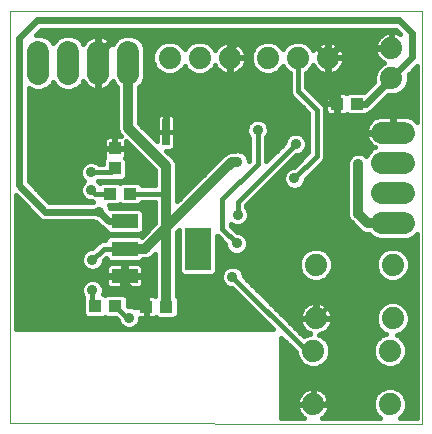
<source format=gbl>
G75*
%MOIN*%
%OFA0B0*%
%FSLAX25Y25*%
%IPPOS*%
%LPD*%
%AMOC8*
5,1,8,0,0,1.08239X$1,22.5*
%
%ADD10C,0.00000*%
%ADD11R,0.08800X0.04800*%
%ADD12R,0.08661X0.14173*%
%ADD13R,0.04331X0.03937*%
%ADD14C,0.07400*%
%ADD15C,0.07400*%
%ADD16R,0.02559X0.08661*%
%ADD17R,0.03937X0.04331*%
%ADD18C,0.03562*%
%ADD19C,0.01600*%
%ADD20C,0.03200*%
%ADD21C,0.02400*%
%ADD22C,0.03600*%
D10*
X0010658Y0015028D02*
X0010619Y0152587D01*
X0147942Y0152587D01*
X0147942Y0014871D01*
X0010658Y0015028D01*
D11*
X0048734Y0064157D03*
X0048734Y0073257D03*
X0048734Y0082357D03*
D12*
X0073135Y0073257D03*
D13*
X0062587Y0053847D03*
X0055894Y0053847D03*
X0045658Y0054162D03*
X0038965Y0054162D03*
X0043690Y0091564D03*
X0050383Y0091564D03*
X0119517Y0121564D03*
X0126209Y0121564D03*
D14*
X0134557Y0111918D02*
X0141957Y0111918D01*
X0141957Y0101918D02*
X0134557Y0101918D01*
X0134557Y0091918D02*
X0141957Y0091918D01*
X0141957Y0081918D02*
X0134557Y0081918D01*
X0049871Y0131486D02*
X0049871Y0138886D01*
X0039871Y0138886D02*
X0039871Y0131486D01*
X0029871Y0131486D02*
X0029871Y0138886D01*
X0019871Y0138886D02*
X0019871Y0131486D01*
D15*
X0063690Y0136800D03*
X0073690Y0136800D03*
X0083690Y0136800D03*
X0096485Y0136839D03*
X0106485Y0136839D03*
X0116485Y0136839D03*
X0137666Y0140028D03*
X0137666Y0130028D03*
X0138104Y0067826D03*
X0138104Y0050026D03*
X0137159Y0039165D03*
X0137159Y0021365D03*
X0111559Y0021365D03*
X0111559Y0039165D03*
X0112504Y0050026D03*
X0112504Y0067826D03*
D16*
X0062509Y0097391D03*
X0062509Y0111957D03*
D17*
X0045461Y0106721D03*
X0045461Y0100028D03*
D18*
X0038769Y0104556D03*
X0037587Y0098650D03*
X0037587Y0092745D03*
X0040343Y0085580D03*
X0037981Y0069517D03*
X0037981Y0059280D03*
X0050186Y0050225D03*
X0022233Y0077391D03*
X0043887Y0120698D03*
X0057666Y0121879D03*
X0086288Y0102154D03*
X0086406Y0084477D03*
X0105304Y0096682D03*
X0105698Y0108099D03*
X0120658Y0111249D03*
X0126564Y0101406D03*
D19*
X0129269Y0104048D02*
X0128706Y0104612D01*
X0127316Y0105187D01*
X0125812Y0105187D01*
X0124422Y0104612D01*
X0123358Y0103548D01*
X0122783Y0102158D01*
X0122783Y0100654D01*
X0122964Y0100217D01*
X0122964Y0084155D01*
X0123512Y0082832D01*
X0126661Y0079682D01*
X0127674Y0078669D01*
X0128997Y0078121D01*
X0130293Y0078121D01*
X0131328Y0077086D01*
X0133423Y0076218D01*
X0143090Y0076218D01*
X0145185Y0077086D01*
X0146142Y0078042D01*
X0146142Y0016673D01*
X0140535Y0016679D01*
X0141991Y0018136D01*
X0142859Y0020231D01*
X0142859Y0022498D01*
X0141991Y0024593D01*
X0140388Y0026197D01*
X0138293Y0027065D01*
X0136025Y0027065D01*
X0133930Y0026197D01*
X0132327Y0024593D01*
X0131459Y0022498D01*
X0131459Y0020231D01*
X0132327Y0018136D01*
X0133776Y0016687D01*
X0114509Y0016709D01*
X0115142Y0017169D01*
X0115754Y0017782D01*
X0116263Y0018482D01*
X0116656Y0019253D01*
X0116924Y0020077D01*
X0117059Y0020932D01*
X0117059Y0021165D01*
X0111759Y0021165D01*
X0111759Y0021565D01*
X0111359Y0021565D01*
X0111359Y0026865D01*
X0111126Y0026865D01*
X0110271Y0026729D01*
X0109448Y0026462D01*
X0108676Y0026069D01*
X0107976Y0025560D01*
X0107364Y0024948D01*
X0106855Y0024247D01*
X0106462Y0023476D01*
X0106194Y0022652D01*
X0106059Y0021797D01*
X0106059Y0021565D01*
X0111359Y0021565D01*
X0111359Y0021165D01*
X0106059Y0021165D01*
X0106059Y0020932D01*
X0106194Y0020077D01*
X0106462Y0019253D01*
X0106855Y0018482D01*
X0107364Y0017782D01*
X0107976Y0017169D01*
X0108600Y0016716D01*
X0100973Y0016725D01*
X0100973Y0043481D01*
X0105859Y0038595D01*
X0105859Y0038031D01*
X0106727Y0035936D01*
X0108330Y0034332D01*
X0110425Y0033465D01*
X0112693Y0033465D01*
X0114788Y0034332D01*
X0116391Y0035936D01*
X0117259Y0038031D01*
X0117259Y0040298D01*
X0116391Y0042393D01*
X0114788Y0043997D01*
X0113352Y0044592D01*
X0113792Y0044661D01*
X0114615Y0044929D01*
X0115387Y0045322D01*
X0116087Y0045831D01*
X0116699Y0046443D01*
X0117208Y0047143D01*
X0117601Y0047915D01*
X0117868Y0048738D01*
X0118004Y0049593D01*
X0118004Y0049826D01*
X0112704Y0049826D01*
X0112704Y0050226D01*
X0118004Y0050226D01*
X0118004Y0050459D01*
X0117868Y0051314D01*
X0117601Y0052137D01*
X0117208Y0052909D01*
X0116699Y0053609D01*
X0116087Y0054221D01*
X0115387Y0054730D01*
X0114615Y0055123D01*
X0113792Y0055391D01*
X0112937Y0055526D01*
X0112704Y0055526D01*
X0112704Y0050226D01*
X0112304Y0050226D01*
X0112304Y0055526D01*
X0112071Y0055526D01*
X0111216Y0055391D01*
X0110393Y0055123D01*
X0109621Y0054730D01*
X0108921Y0054221D01*
X0108309Y0053609D01*
X0107800Y0052909D01*
X0107407Y0052137D01*
X0107139Y0051314D01*
X0107004Y0050459D01*
X0107004Y0050226D01*
X0112304Y0050226D01*
X0112304Y0049826D01*
X0107004Y0049826D01*
X0107004Y0049593D01*
X0107139Y0048738D01*
X0107407Y0047915D01*
X0107800Y0047143D01*
X0108309Y0046443D01*
X0108921Y0045831D01*
X0109621Y0045322D01*
X0110393Y0044929D01*
X0110591Y0044865D01*
X0110425Y0044865D01*
X0108363Y0044011D01*
X0088422Y0063952D01*
X0088422Y0064548D01*
X0087844Y0065945D01*
X0086775Y0067014D01*
X0085378Y0067592D01*
X0083866Y0067592D01*
X0082470Y0067014D01*
X0081401Y0065945D01*
X0080822Y0064548D01*
X0080822Y0063036D01*
X0081401Y0061640D01*
X0082470Y0060571D01*
X0083866Y0059992D01*
X0084462Y0059992D01*
X0098166Y0046288D01*
X0012449Y0046288D01*
X0012437Y0090929D01*
X0020499Y0082867D01*
X0021675Y0082380D01*
X0038196Y0082380D01*
X0038201Y0082374D01*
X0039591Y0081798D01*
X0039599Y0081798D01*
X0040853Y0080544D01*
X0041753Y0079644D01*
X0042334Y0079403D01*
X0042334Y0079128D01*
X0043505Y0077957D01*
X0053962Y0077957D01*
X0055134Y0079128D01*
X0055134Y0085585D01*
X0053962Y0086757D01*
X0043948Y0086757D01*
X0043601Y0087595D01*
X0046684Y0087595D01*
X0047036Y0087948D01*
X0047389Y0087595D01*
X0053376Y0087595D01*
X0054545Y0088764D01*
X0058909Y0088764D01*
X0058909Y0081756D01*
X0054386Y0077233D01*
X0053962Y0077657D01*
X0043505Y0077657D01*
X0042334Y0076485D01*
X0042334Y0076057D01*
X0041164Y0076057D01*
X0040135Y0075630D01*
X0037802Y0073298D01*
X0037229Y0073298D01*
X0035839Y0072722D01*
X0034776Y0071658D01*
X0034200Y0070269D01*
X0034200Y0068764D01*
X0034776Y0067375D01*
X0035839Y0066311D01*
X0037229Y0065735D01*
X0038733Y0065735D01*
X0040123Y0066311D01*
X0041187Y0067375D01*
X0041762Y0068764D01*
X0041762Y0069338D01*
X0042393Y0069969D01*
X0043505Y0068857D01*
X0053962Y0068857D01*
X0054762Y0069657D01*
X0056217Y0069657D01*
X0057540Y0070205D01*
X0058909Y0071573D01*
X0058909Y0057404D01*
X0058755Y0057493D01*
X0058297Y0057616D01*
X0056079Y0057616D01*
X0056079Y0054032D01*
X0055710Y0054032D01*
X0055710Y0057616D01*
X0053492Y0057616D01*
X0053034Y0057493D01*
X0052624Y0057256D01*
X0052289Y0056921D01*
X0052052Y0056511D01*
X0051929Y0056053D01*
X0051929Y0054031D01*
X0055710Y0054031D01*
X0055710Y0053663D01*
X0051929Y0053663D01*
X0051929Y0053596D01*
X0050938Y0054006D01*
X0049824Y0054006D01*
X0049824Y0056959D01*
X0048652Y0058131D01*
X0042664Y0058131D01*
X0042312Y0057778D01*
X0041959Y0058131D01*
X0041598Y0058131D01*
X0041762Y0058528D01*
X0041762Y0060032D01*
X0041187Y0061422D01*
X0040123Y0062486D01*
X0038733Y0063061D01*
X0037229Y0063061D01*
X0035839Y0062486D01*
X0034776Y0061422D01*
X0034200Y0060032D01*
X0034200Y0058528D01*
X0034776Y0057138D01*
X0034878Y0057037D01*
X0034800Y0056959D01*
X0034800Y0051365D01*
X0035972Y0050194D01*
X0041959Y0050194D01*
X0042312Y0050546D01*
X0042664Y0050194D01*
X0045667Y0050194D01*
X0046417Y0049444D01*
X0046980Y0048083D01*
X0048044Y0047020D01*
X0049434Y0046444D01*
X0050938Y0046444D01*
X0052328Y0047020D01*
X0053391Y0048083D01*
X0053967Y0049473D01*
X0053967Y0050079D01*
X0055710Y0050079D01*
X0055710Y0053663D01*
X0056079Y0053663D01*
X0056079Y0050079D01*
X0058297Y0050079D01*
X0058755Y0050201D01*
X0059082Y0050390D01*
X0059594Y0049879D01*
X0065581Y0049879D01*
X0066753Y0051050D01*
X0066753Y0056644D01*
X0066109Y0057288D01*
X0066109Y0078773D01*
X0066804Y0079469D01*
X0066804Y0065342D01*
X0067976Y0064170D01*
X0078294Y0064170D01*
X0079465Y0065342D01*
X0079465Y0077589D01*
X0079702Y0077352D01*
X0082222Y0074832D01*
X0082222Y0074236D01*
X0082801Y0072840D01*
X0083870Y0071771D01*
X0085266Y0071192D01*
X0086778Y0071192D01*
X0088175Y0071771D01*
X0089244Y0072840D01*
X0089822Y0074236D01*
X0089822Y0075748D01*
X0089244Y0077145D01*
X0088175Y0078214D01*
X0086778Y0078792D01*
X0086182Y0078792D01*
X0084088Y0080886D01*
X0084088Y0081448D01*
X0084264Y0081272D01*
X0085654Y0080696D01*
X0087158Y0080696D01*
X0088548Y0081272D01*
X0089612Y0082335D01*
X0090187Y0083725D01*
X0090187Y0085229D01*
X0089612Y0086619D01*
X0089206Y0087024D01*
X0089206Y0087648D01*
X0105876Y0104318D01*
X0106450Y0104318D01*
X0107839Y0104894D01*
X0108903Y0105957D01*
X0109479Y0107347D01*
X0109479Y0108851D01*
X0108903Y0110241D01*
X0107839Y0111305D01*
X0106450Y0111880D01*
X0104946Y0111880D01*
X0103556Y0111305D01*
X0102492Y0110241D01*
X0101917Y0108851D01*
X0101917Y0108278D01*
X0095899Y0102261D01*
X0095899Y0110295D01*
X0096244Y0110640D01*
X0096822Y0112036D01*
X0096822Y0113548D01*
X0096244Y0114945D01*
X0095175Y0116014D01*
X0093778Y0116592D01*
X0092266Y0116592D01*
X0090870Y0116014D01*
X0089801Y0114945D01*
X0089222Y0113548D01*
X0089222Y0112036D01*
X0089801Y0110640D01*
X0090299Y0110141D01*
X0090299Y0102566D01*
X0090069Y0102336D01*
X0090069Y0102906D01*
X0089494Y0104296D01*
X0088430Y0105360D01*
X0087040Y0105935D01*
X0085536Y0105935D01*
X0085099Y0105754D01*
X0083682Y0105754D01*
X0082359Y0105206D01*
X0081346Y0104194D01*
X0066109Y0088956D01*
X0066109Y0101611D01*
X0065788Y0102384D01*
X0065788Y0102550D01*
X0065671Y0102667D01*
X0065561Y0102934D01*
X0064548Y0103946D01*
X0064548Y0103946D01*
X0062668Y0105827D01*
X0064025Y0105827D01*
X0064483Y0105949D01*
X0064893Y0106186D01*
X0065229Y0106522D01*
X0065466Y0106932D01*
X0065588Y0107390D01*
X0065588Y0111957D01*
X0062509Y0111957D01*
X0062509Y0111958D01*
X0062509Y0111958D01*
X0062509Y0118088D01*
X0064025Y0118088D01*
X0064483Y0117966D01*
X0064893Y0117729D01*
X0065229Y0117393D01*
X0065466Y0116983D01*
X0065588Y0116525D01*
X0065588Y0111958D01*
X0062509Y0111958D01*
X0062509Y0118088D01*
X0060992Y0118088D01*
X0060534Y0117966D01*
X0060124Y0117729D01*
X0059789Y0117393D01*
X0059552Y0116983D01*
X0059429Y0116525D01*
X0059429Y0111958D01*
X0062509Y0111958D01*
X0062509Y0111957D01*
X0059429Y0111957D01*
X0059429Y0109065D01*
X0053471Y0115023D01*
X0053471Y0127025D01*
X0054703Y0128257D01*
X0055571Y0130352D01*
X0055571Y0140020D01*
X0054703Y0142115D01*
X0053100Y0143718D01*
X0051005Y0144586D01*
X0048737Y0144586D01*
X0046642Y0143718D01*
X0045039Y0142115D01*
X0044752Y0141422D01*
X0044575Y0141768D01*
X0044066Y0142469D01*
X0043454Y0143081D01*
X0042753Y0143590D01*
X0041982Y0143983D01*
X0041159Y0144250D01*
X0040304Y0144386D01*
X0040171Y0144386D01*
X0040171Y0135486D01*
X0039571Y0135486D01*
X0039571Y0144386D01*
X0039438Y0144386D01*
X0038583Y0144250D01*
X0037760Y0143983D01*
X0036988Y0143590D01*
X0036288Y0143081D01*
X0035676Y0142469D01*
X0035167Y0141768D01*
X0034990Y0141422D01*
X0034703Y0142115D01*
X0033100Y0143718D01*
X0031005Y0144586D01*
X0028737Y0144586D01*
X0026642Y0143718D01*
X0025039Y0142115D01*
X0024871Y0141710D01*
X0024703Y0142115D01*
X0023100Y0143718D01*
X0021005Y0144586D01*
X0019151Y0144586D01*
X0020803Y0146238D01*
X0139018Y0146238D01*
X0140497Y0144759D01*
X0139777Y0145125D01*
X0138954Y0145393D01*
X0138099Y0145528D01*
X0137866Y0145528D01*
X0137866Y0140228D01*
X0137466Y0140228D01*
X0137466Y0139828D01*
X0132166Y0139828D01*
X0132166Y0139595D01*
X0132302Y0138740D01*
X0132569Y0137917D01*
X0132962Y0137146D01*
X0133471Y0136445D01*
X0134083Y0135833D01*
X0134784Y0135324D01*
X0135130Y0135148D01*
X0134437Y0134861D01*
X0132834Y0133257D01*
X0131966Y0131162D01*
X0131966Y0128895D01*
X0131978Y0128866D01*
X0128645Y0125532D01*
X0123216Y0125532D01*
X0122704Y0125021D01*
X0122377Y0125210D01*
X0121919Y0125332D01*
X0119701Y0125332D01*
X0119701Y0121748D01*
X0119332Y0121748D01*
X0119332Y0121380D01*
X0115551Y0121380D01*
X0115551Y0120153D01*
X0115158Y0121103D01*
X0109285Y0126976D01*
X0109285Y0131830D01*
X0109714Y0132007D01*
X0111317Y0133611D01*
X0111604Y0134304D01*
X0111781Y0133957D01*
X0112290Y0133256D01*
X0112902Y0132644D01*
X0113602Y0132135D01*
X0114374Y0131742D01*
X0115197Y0131475D01*
X0116052Y0131339D01*
X0116285Y0131339D01*
X0116285Y0136639D01*
X0116685Y0136639D01*
X0116685Y0131339D01*
X0116918Y0131339D01*
X0117773Y0131475D01*
X0118596Y0131742D01*
X0119368Y0132135D01*
X0120068Y0132644D01*
X0120680Y0133256D01*
X0121189Y0133957D01*
X0121582Y0134728D01*
X0121850Y0135551D01*
X0121985Y0136406D01*
X0121985Y0136639D01*
X0116685Y0136639D01*
X0116685Y0137039D01*
X0121985Y0137039D01*
X0121985Y0137272D01*
X0121850Y0138127D01*
X0121582Y0138951D01*
X0121189Y0139722D01*
X0120680Y0140422D01*
X0120068Y0141035D01*
X0119368Y0141543D01*
X0118596Y0141936D01*
X0117773Y0142204D01*
X0116918Y0142339D01*
X0116685Y0142339D01*
X0116685Y0137039D01*
X0116285Y0137039D01*
X0116285Y0142339D01*
X0116052Y0142339D01*
X0115197Y0142204D01*
X0114374Y0141936D01*
X0113602Y0141543D01*
X0112902Y0141035D01*
X0112290Y0140422D01*
X0111781Y0139722D01*
X0111604Y0139375D01*
X0111317Y0140068D01*
X0109714Y0141672D01*
X0107619Y0142539D01*
X0105351Y0142539D01*
X0103256Y0141672D01*
X0101653Y0140068D01*
X0101485Y0139663D01*
X0101317Y0140068D01*
X0099714Y0141672D01*
X0097619Y0142539D01*
X0095351Y0142539D01*
X0093256Y0141672D01*
X0091653Y0140068D01*
X0090785Y0137973D01*
X0090785Y0135706D01*
X0091653Y0133611D01*
X0093256Y0132007D01*
X0095351Y0131139D01*
X0097619Y0131139D01*
X0099714Y0132007D01*
X0101317Y0133611D01*
X0101485Y0134016D01*
X0101653Y0133611D01*
X0103256Y0132007D01*
X0103685Y0131830D01*
X0103685Y0125259D01*
X0104111Y0124230D01*
X0104899Y0123442D01*
X0109984Y0118357D01*
X0109984Y0105322D01*
X0105125Y0100463D01*
X0104552Y0100463D01*
X0103162Y0099887D01*
X0102098Y0098824D01*
X0101523Y0097434D01*
X0101523Y0095930D01*
X0102098Y0094540D01*
X0103162Y0093476D01*
X0104552Y0092901D01*
X0106056Y0092901D01*
X0107446Y0093476D01*
X0108509Y0094540D01*
X0109085Y0095930D01*
X0109085Y0096503D01*
X0114370Y0101788D01*
X0115158Y0102576D01*
X0115584Y0103605D01*
X0115584Y0119235D01*
X0115674Y0118900D01*
X0115911Y0118490D01*
X0116246Y0118155D01*
X0116656Y0117918D01*
X0117114Y0117795D01*
X0119332Y0117795D01*
X0119332Y0121379D01*
X0119701Y0121379D01*
X0119701Y0117795D01*
X0121919Y0117795D01*
X0122377Y0117918D01*
X0122704Y0118107D01*
X0123216Y0117595D01*
X0129203Y0117595D01*
X0130066Y0118458D01*
X0131014Y0118851D01*
X0136504Y0124340D01*
X0136532Y0124328D01*
X0138800Y0124328D01*
X0140895Y0125196D01*
X0142498Y0126800D01*
X0143366Y0128895D01*
X0143366Y0131162D01*
X0143354Y0131191D01*
X0146142Y0133978D01*
X0146142Y0115511D01*
X0145540Y0116113D01*
X0144839Y0116622D01*
X0144068Y0117015D01*
X0143245Y0117283D01*
X0142390Y0117418D01*
X0138557Y0117418D01*
X0138557Y0112218D01*
X0137957Y0112218D01*
X0137957Y0117418D01*
X0134124Y0117418D01*
X0133269Y0117283D01*
X0132445Y0117015D01*
X0131674Y0116622D01*
X0130974Y0116113D01*
X0130362Y0115501D01*
X0129853Y0114801D01*
X0129460Y0114029D01*
X0129192Y0113206D01*
X0129057Y0112351D01*
X0129057Y0112218D01*
X0137957Y0112218D01*
X0137957Y0111618D01*
X0129057Y0111618D01*
X0129057Y0111485D01*
X0129192Y0110630D01*
X0129460Y0109807D01*
X0129853Y0109035D01*
X0130362Y0108335D01*
X0130974Y0107723D01*
X0131674Y0107214D01*
X0132021Y0107037D01*
X0131328Y0106750D01*
X0129724Y0105147D01*
X0129269Y0104048D01*
X0129377Y0104309D02*
X0129009Y0104309D01*
X0130485Y0105907D02*
X0115584Y0105907D01*
X0115584Y0104309D02*
X0124119Y0104309D01*
X0123011Y0102710D02*
X0115214Y0102710D01*
X0113694Y0101112D02*
X0122783Y0101112D01*
X0122964Y0099513D02*
X0112095Y0099513D01*
X0110497Y0097915D02*
X0122964Y0097915D01*
X0122964Y0096316D02*
X0109085Y0096316D01*
X0108583Y0094718D02*
X0122964Y0094718D01*
X0122964Y0093119D02*
X0106583Y0093119D01*
X0104025Y0093119D02*
X0094677Y0093119D01*
X0093079Y0091521D02*
X0122964Y0091521D01*
X0122964Y0089922D02*
X0091480Y0089922D01*
X0089882Y0088324D02*
X0122964Y0088324D01*
X0122964Y0086725D02*
X0089506Y0086725D01*
X0090187Y0085127D02*
X0122964Y0085127D01*
X0123223Y0083528D02*
X0090106Y0083528D01*
X0089206Y0081930D02*
X0124414Y0081930D01*
X0126012Y0080331D02*
X0084643Y0080331D01*
X0086922Y0078733D02*
X0127611Y0078733D01*
X0131280Y0077134D02*
X0089248Y0077134D01*
X0089822Y0075536D02*
X0146142Y0075536D01*
X0146142Y0077134D02*
X0145234Y0077134D01*
X0146142Y0073937D02*
X0089698Y0073937D01*
X0088742Y0072339D02*
X0108955Y0072339D01*
X0109275Y0072658D02*
X0107672Y0071055D01*
X0106804Y0068960D01*
X0106804Y0066692D01*
X0107672Y0064597D01*
X0109275Y0062994D01*
X0111370Y0062126D01*
X0113638Y0062126D01*
X0115733Y0062994D01*
X0117336Y0064597D01*
X0118204Y0066692D01*
X0118204Y0068960D01*
X0117336Y0071055D01*
X0115733Y0072658D01*
X0113638Y0073526D01*
X0111370Y0073526D01*
X0109275Y0072658D01*
X0107541Y0070740D02*
X0079465Y0070740D01*
X0079465Y0069142D02*
X0106879Y0069142D01*
X0106804Y0067543D02*
X0085496Y0067543D01*
X0083748Y0067543D02*
X0079465Y0067543D01*
X0079465Y0065944D02*
X0081401Y0065944D01*
X0080822Y0064346D02*
X0078470Y0064346D01*
X0080942Y0062747D02*
X0066109Y0062747D01*
X0066109Y0061149D02*
X0081891Y0061149D01*
X0084904Y0059550D02*
X0066109Y0059550D01*
X0066109Y0057952D02*
X0086502Y0057952D01*
X0088101Y0056353D02*
X0066753Y0056353D01*
X0066753Y0054755D02*
X0089699Y0054755D01*
X0091298Y0053156D02*
X0066753Y0053156D01*
X0066753Y0051558D02*
X0092896Y0051558D01*
X0094495Y0049959D02*
X0065662Y0049959D01*
X0059513Y0049959D02*
X0053967Y0049959D01*
X0053506Y0048361D02*
X0096094Y0048361D01*
X0097692Y0046762D02*
X0051706Y0046762D01*
X0048665Y0046762D02*
X0012449Y0046762D01*
X0012449Y0048361D02*
X0046865Y0048361D01*
X0045901Y0049959D02*
X0012448Y0049959D01*
X0012448Y0051558D02*
X0034800Y0051558D01*
X0034800Y0053156D02*
X0012447Y0053156D01*
X0012447Y0054755D02*
X0034800Y0054755D01*
X0034800Y0056353D02*
X0012446Y0056353D01*
X0012446Y0057952D02*
X0034439Y0057952D01*
X0034200Y0059550D02*
X0012446Y0059550D01*
X0012445Y0061149D02*
X0034662Y0061149D01*
X0036471Y0062747D02*
X0012445Y0062747D01*
X0012444Y0064346D02*
X0048334Y0064346D01*
X0048334Y0064557D02*
X0048334Y0063757D01*
X0042534Y0063757D01*
X0042534Y0061520D01*
X0042657Y0061062D01*
X0042893Y0060651D01*
X0043229Y0060316D01*
X0043639Y0060079D01*
X0044097Y0059957D01*
X0048334Y0059957D01*
X0048334Y0063757D01*
X0049134Y0063757D01*
X0049134Y0064557D01*
X0048334Y0064557D01*
X0048334Y0068357D01*
X0044097Y0068357D01*
X0043639Y0068234D01*
X0043229Y0067997D01*
X0042893Y0067662D01*
X0042657Y0067251D01*
X0042534Y0066794D01*
X0042534Y0064557D01*
X0048334Y0064557D01*
X0049134Y0064557D02*
X0049134Y0068357D01*
X0053371Y0068357D01*
X0053829Y0068234D01*
X0054239Y0067997D01*
X0054574Y0067662D01*
X0054811Y0067251D01*
X0054934Y0066794D01*
X0054934Y0064557D01*
X0049134Y0064557D01*
X0049134Y0064346D02*
X0058909Y0064346D01*
X0058909Y0065944D02*
X0054934Y0065944D01*
X0054643Y0067543D02*
X0058909Y0067543D01*
X0058909Y0069142D02*
X0054247Y0069142D01*
X0058075Y0070740D02*
X0058909Y0070740D01*
X0066109Y0070740D02*
X0066804Y0070740D01*
X0066804Y0069142D02*
X0066109Y0069142D01*
X0066109Y0067543D02*
X0066804Y0067543D01*
X0066804Y0065944D02*
X0066109Y0065944D01*
X0066109Y0064346D02*
X0067800Y0064346D01*
X0066804Y0072339D02*
X0066109Y0072339D01*
X0066109Y0073937D02*
X0066804Y0073937D01*
X0066804Y0075536D02*
X0066109Y0075536D01*
X0066109Y0077134D02*
X0066804Y0077134D01*
X0066804Y0078733D02*
X0066109Y0078733D01*
X0058909Y0081930D02*
X0055134Y0081930D01*
X0055134Y0083528D02*
X0058909Y0083528D01*
X0058909Y0085127D02*
X0055134Y0085127D01*
X0053994Y0086725D02*
X0058909Y0086725D01*
X0058909Y0088324D02*
X0054105Y0088324D01*
X0050383Y0091564D02*
X0062509Y0091564D01*
X0062509Y0093532D01*
X0066109Y0093119D02*
X0070272Y0093119D01*
X0068674Y0091521D02*
X0066109Y0091521D01*
X0066109Y0089922D02*
X0067075Y0089922D01*
X0066109Y0094718D02*
X0071871Y0094718D01*
X0073469Y0096316D02*
X0066109Y0096316D01*
X0066109Y0097915D02*
X0075068Y0097915D01*
X0076666Y0099513D02*
X0066109Y0099513D01*
X0066109Y0101112D02*
X0078265Y0101112D01*
X0079863Y0102710D02*
X0065653Y0102710D01*
X0064186Y0104309D02*
X0081462Y0104309D01*
X0085468Y0105907D02*
X0064326Y0105907D01*
X0065588Y0107506D02*
X0090299Y0107506D01*
X0090299Y0109104D02*
X0065588Y0109104D01*
X0065588Y0110703D02*
X0089774Y0110703D01*
X0089222Y0112301D02*
X0065588Y0112301D01*
X0065588Y0113900D02*
X0089368Y0113900D01*
X0090354Y0115498D02*
X0065588Y0115498D01*
X0065400Y0117097D02*
X0109984Y0117097D01*
X0109984Y0115498D02*
X0095690Y0115498D01*
X0096676Y0113900D02*
X0109984Y0113900D01*
X0109984Y0112301D02*
X0096822Y0112301D01*
X0096270Y0110703D02*
X0102954Y0110703D01*
X0102021Y0109104D02*
X0095899Y0109104D01*
X0095899Y0107506D02*
X0101144Y0107506D01*
X0099546Y0105907D02*
X0095899Y0105907D01*
X0095899Y0104309D02*
X0097947Y0104309D01*
X0096349Y0102710D02*
X0095899Y0102710D01*
X0093099Y0101406D02*
X0093099Y0112715D01*
X0093022Y0112792D01*
X0090299Y0105907D02*
X0087108Y0105907D01*
X0089481Y0104309D02*
X0090299Y0104309D01*
X0090299Y0102710D02*
X0090069Y0102710D01*
X0093099Y0101406D02*
X0081288Y0089595D01*
X0081288Y0079726D01*
X0086022Y0074992D01*
X0083302Y0072339D02*
X0079465Y0072339D01*
X0079465Y0073937D02*
X0082346Y0073937D01*
X0081519Y0075536D02*
X0079465Y0075536D01*
X0079465Y0077134D02*
X0079920Y0077134D01*
X0086406Y0084477D02*
X0086406Y0088808D01*
X0105698Y0108099D01*
X0108853Y0105907D02*
X0109984Y0105907D01*
X0109984Y0107506D02*
X0109479Y0107506D01*
X0109374Y0109104D02*
X0109984Y0109104D01*
X0109984Y0110703D02*
X0108441Y0110703D01*
X0108971Y0104309D02*
X0105867Y0104309D01*
X0107373Y0102710D02*
X0104268Y0102710D01*
X0105774Y0101112D02*
X0102670Y0101112D01*
X0102788Y0099513D02*
X0101071Y0099513D01*
X0101722Y0097915D02*
X0099473Y0097915D01*
X0097874Y0096316D02*
X0101523Y0096316D01*
X0102025Y0094718D02*
X0096276Y0094718D01*
X0105304Y0096682D02*
X0112784Y0104162D01*
X0112784Y0119517D01*
X0106485Y0125816D01*
X0106485Y0136839D01*
X0102659Y0141075D02*
X0100311Y0141075D01*
X0092659Y0141075D02*
X0087164Y0141075D01*
X0087273Y0140995D02*
X0086572Y0141504D01*
X0085801Y0141897D01*
X0084978Y0142165D01*
X0084123Y0142300D01*
X0083890Y0142300D01*
X0083890Y0137000D01*
X0089190Y0137000D01*
X0089190Y0137233D01*
X0089054Y0138088D01*
X0088787Y0138911D01*
X0088394Y0139683D01*
X0087885Y0140383D01*
X0087273Y0140995D01*
X0088499Y0139476D02*
X0091408Y0139476D01*
X0090785Y0137877D02*
X0089088Y0137877D01*
X0089190Y0136600D02*
X0083890Y0136600D01*
X0083890Y0137000D01*
X0083490Y0137000D01*
X0083490Y0142300D01*
X0083257Y0142300D01*
X0082402Y0142165D01*
X0081578Y0141897D01*
X0080807Y0141504D01*
X0080107Y0140995D01*
X0079495Y0140383D01*
X0078986Y0139683D01*
X0078809Y0139336D01*
X0078522Y0140029D01*
X0076919Y0141632D01*
X0074824Y0142500D01*
X0072556Y0142500D01*
X0070461Y0141632D01*
X0068858Y0140029D01*
X0068690Y0139624D01*
X0068522Y0140029D01*
X0066919Y0141632D01*
X0064824Y0142500D01*
X0062556Y0142500D01*
X0060461Y0141632D01*
X0058858Y0140029D01*
X0057990Y0137934D01*
X0057990Y0135666D01*
X0058858Y0133571D01*
X0060461Y0131968D01*
X0062556Y0131100D01*
X0064824Y0131100D01*
X0066919Y0131968D01*
X0068522Y0133571D01*
X0068690Y0133976D01*
X0068858Y0133571D01*
X0070461Y0131968D01*
X0072556Y0131100D01*
X0074824Y0131100D01*
X0076919Y0131968D01*
X0078522Y0133571D01*
X0078809Y0134264D01*
X0078986Y0133917D01*
X0079495Y0133217D01*
X0080107Y0132605D01*
X0080807Y0132096D01*
X0081578Y0131703D01*
X0082402Y0131435D01*
X0083257Y0131300D01*
X0083490Y0131300D01*
X0083490Y0136600D01*
X0083890Y0136600D01*
X0083890Y0131300D01*
X0084123Y0131300D01*
X0084978Y0131435D01*
X0085801Y0131703D01*
X0086572Y0132096D01*
X0087273Y0132605D01*
X0087885Y0133217D01*
X0088394Y0133917D01*
X0088787Y0134689D01*
X0089054Y0135512D01*
X0089190Y0136367D01*
X0089190Y0136600D01*
X0089176Y0136279D02*
X0090785Y0136279D01*
X0091210Y0134680D02*
X0088783Y0134680D01*
X0087750Y0133082D02*
X0092181Y0133082D01*
X0094521Y0131483D02*
X0085125Y0131483D01*
X0083890Y0131483D02*
X0083490Y0131483D01*
X0082254Y0131483D02*
X0075749Y0131483D01*
X0078033Y0133082D02*
X0079630Y0133082D01*
X0083490Y0133082D02*
X0083890Y0133082D01*
X0083890Y0134680D02*
X0083490Y0134680D01*
X0083490Y0136279D02*
X0083890Y0136279D01*
X0083890Y0137877D02*
X0083490Y0137877D01*
X0083490Y0139476D02*
X0083890Y0139476D01*
X0083890Y0141075D02*
X0083490Y0141075D01*
X0080216Y0141075D02*
X0077476Y0141075D01*
X0078751Y0139476D02*
X0078880Y0139476D01*
X0071630Y0131483D02*
X0065749Y0131483D01*
X0068033Y0133082D02*
X0069347Y0133082D01*
X0061630Y0131483D02*
X0055571Y0131483D01*
X0055571Y0133082D02*
X0059347Y0133082D01*
X0058398Y0134680D02*
X0055571Y0134680D01*
X0055571Y0136279D02*
X0057990Y0136279D01*
X0057990Y0137877D02*
X0055571Y0137877D01*
X0055571Y0139476D02*
X0058629Y0139476D01*
X0059903Y0141075D02*
X0055134Y0141075D01*
X0054145Y0142673D02*
X0132841Y0142673D01*
X0132962Y0142911D02*
X0132569Y0142140D01*
X0132302Y0141316D01*
X0132166Y0140461D01*
X0132166Y0140228D01*
X0137466Y0140228D01*
X0137466Y0145528D01*
X0137233Y0145528D01*
X0136378Y0145393D01*
X0135555Y0145125D01*
X0134784Y0144732D01*
X0134083Y0144223D01*
X0133471Y0143611D01*
X0132962Y0142911D01*
X0134149Y0144272D02*
X0051763Y0144272D01*
X0047978Y0144272D02*
X0041025Y0144272D01*
X0040171Y0144272D02*
X0039571Y0144272D01*
X0038717Y0144272D02*
X0031763Y0144272D01*
X0034145Y0142673D02*
X0035880Y0142673D01*
X0039571Y0142673D02*
X0040171Y0142673D01*
X0040171Y0141075D02*
X0039571Y0141075D01*
X0039571Y0139476D02*
X0040171Y0139476D01*
X0039871Y0137942D02*
X0039871Y0135186D01*
X0040171Y0134886D02*
X0040171Y0125986D01*
X0040304Y0125986D01*
X0041159Y0126121D01*
X0041982Y0126389D01*
X0042753Y0126782D01*
X0043454Y0127291D01*
X0044066Y0127903D01*
X0044575Y0128603D01*
X0044752Y0128950D01*
X0045039Y0128257D01*
X0046271Y0127025D01*
X0046271Y0112816D01*
X0046819Y0111493D01*
X0047625Y0110687D01*
X0045646Y0110687D01*
X0045646Y0106906D01*
X0045277Y0106906D01*
X0045277Y0110687D01*
X0043256Y0110687D01*
X0042798Y0110564D01*
X0042388Y0110327D01*
X0042053Y0109992D01*
X0041816Y0109581D01*
X0041693Y0109124D01*
X0041693Y0106906D01*
X0045277Y0106906D01*
X0045277Y0106537D01*
X0041693Y0106537D01*
X0041693Y0104319D01*
X0041816Y0103861D01*
X0042005Y0103534D01*
X0041493Y0103022D01*
X0041493Y0101450D01*
X0040135Y0101450D01*
X0039729Y0101856D01*
X0038340Y0102431D01*
X0036835Y0102431D01*
X0035446Y0101856D01*
X0034382Y0100792D01*
X0033806Y0099402D01*
X0033806Y0097898D01*
X0034382Y0096509D01*
X0035193Y0095698D01*
X0034382Y0094887D01*
X0033806Y0093497D01*
X0033806Y0091993D01*
X0034382Y0090603D01*
X0035446Y0089539D01*
X0036835Y0088964D01*
X0037729Y0088964D01*
X0038174Y0088780D01*
X0023637Y0088780D01*
X0016772Y0095645D01*
X0016772Y0126600D01*
X0018737Y0125786D01*
X0021005Y0125786D01*
X0023100Y0126654D01*
X0024703Y0128257D01*
X0024871Y0128662D01*
X0025039Y0128257D01*
X0026642Y0126654D01*
X0028737Y0125786D01*
X0031005Y0125786D01*
X0033100Y0126654D01*
X0034703Y0128257D01*
X0034990Y0128950D01*
X0035167Y0128603D01*
X0035676Y0127903D01*
X0036288Y0127291D01*
X0036988Y0126782D01*
X0037760Y0126389D01*
X0038583Y0126121D01*
X0039438Y0125986D01*
X0039571Y0125986D01*
X0039571Y0134886D01*
X0040171Y0134886D01*
X0040171Y0134680D02*
X0039571Y0134680D01*
X0039571Y0133082D02*
X0040171Y0133082D01*
X0040171Y0131483D02*
X0039571Y0131483D01*
X0039571Y0129885D02*
X0040171Y0129885D01*
X0040171Y0128286D02*
X0039571Y0128286D01*
X0039571Y0126688D02*
X0040171Y0126688D01*
X0037172Y0126688D02*
X0033134Y0126688D01*
X0034715Y0128286D02*
X0035397Y0128286D01*
X0042569Y0126688D02*
X0046271Y0126688D01*
X0046271Y0125089D02*
X0016772Y0125089D01*
X0016772Y0123491D02*
X0046271Y0123491D01*
X0046271Y0121892D02*
X0016772Y0121892D01*
X0016772Y0120294D02*
X0046271Y0120294D01*
X0046271Y0118695D02*
X0016772Y0118695D01*
X0016772Y0117097D02*
X0046271Y0117097D01*
X0046271Y0115498D02*
X0016772Y0115498D01*
X0016772Y0113900D02*
X0046271Y0113900D01*
X0046484Y0112301D02*
X0016772Y0112301D01*
X0016772Y0110703D02*
X0047609Y0110703D01*
X0049230Y0109082D02*
X0058909Y0099403D01*
X0058909Y0094364D01*
X0054545Y0094364D01*
X0053376Y0095532D01*
X0047389Y0095532D01*
X0047036Y0095180D01*
X0046684Y0095532D01*
X0040696Y0095532D01*
X0040422Y0095258D01*
X0039982Y0095698D01*
X0040135Y0095850D01*
X0044640Y0095850D01*
X0044671Y0095863D01*
X0048258Y0095863D01*
X0049430Y0097035D01*
X0049430Y0103022D01*
X0048918Y0103534D01*
X0049107Y0103861D01*
X0049230Y0104319D01*
X0049230Y0106537D01*
X0045646Y0106537D01*
X0045646Y0106906D01*
X0049230Y0106906D01*
X0049230Y0109082D01*
X0049230Y0107506D02*
X0050806Y0107506D01*
X0049230Y0105907D02*
X0052405Y0105907D01*
X0054003Y0104309D02*
X0049227Y0104309D01*
X0049430Y0102710D02*
X0055602Y0102710D01*
X0057200Y0101112D02*
X0049430Y0101112D01*
X0049430Y0099513D02*
X0058799Y0099513D01*
X0058909Y0097915D02*
X0049430Y0097915D01*
X0048712Y0096316D02*
X0058909Y0096316D01*
X0058909Y0094718D02*
X0054191Y0094718D01*
X0045461Y0100028D02*
X0044083Y0098650D01*
X0037587Y0098650D01*
X0034701Y0101112D02*
X0016772Y0101112D01*
X0016772Y0102710D02*
X0041493Y0102710D01*
X0041696Y0104309D02*
X0016772Y0104309D01*
X0016772Y0105907D02*
X0041693Y0105907D01*
X0040934Y0106721D02*
X0045461Y0106721D01*
X0045277Y0107506D02*
X0045646Y0107506D01*
X0045646Y0109104D02*
X0045277Y0109104D01*
X0041693Y0109104D02*
X0016772Y0109104D01*
X0016772Y0107506D02*
X0041693Y0107506D01*
X0040934Y0106721D02*
X0038769Y0104556D01*
X0033852Y0099513D02*
X0016772Y0099513D01*
X0016772Y0097915D02*
X0033806Y0097915D01*
X0034574Y0096316D02*
X0016772Y0096316D01*
X0017699Y0094718D02*
X0034312Y0094718D01*
X0033806Y0093119D02*
X0019298Y0093119D01*
X0020896Y0091521D02*
X0034002Y0091521D01*
X0035063Y0089922D02*
X0022495Y0089922D01*
X0018239Y0085127D02*
X0012438Y0085127D01*
X0012438Y0086725D02*
X0016641Y0086725D01*
X0015042Y0088324D02*
X0012437Y0088324D01*
X0012437Y0089922D02*
X0013444Y0089922D01*
X0012439Y0083528D02*
X0019838Y0083528D01*
X0012439Y0081930D02*
X0039274Y0081930D01*
X0040853Y0080544D02*
X0040853Y0080544D01*
X0041066Y0080331D02*
X0012440Y0080331D01*
X0012440Y0078733D02*
X0042730Y0078733D01*
X0042983Y0077134D02*
X0012440Y0077134D01*
X0012441Y0075536D02*
X0040040Y0075536D01*
X0038442Y0073937D02*
X0012441Y0073937D01*
X0012442Y0072339D02*
X0035456Y0072339D01*
X0034395Y0070740D02*
X0012442Y0070740D01*
X0012443Y0069142D02*
X0034200Y0069142D01*
X0034706Y0067543D02*
X0012443Y0067543D01*
X0012444Y0065944D02*
X0036724Y0065944D01*
X0039238Y0065944D02*
X0042534Y0065944D01*
X0042825Y0067543D02*
X0041256Y0067543D01*
X0041762Y0069142D02*
X0043221Y0069142D01*
X0041721Y0073257D02*
X0037981Y0069517D01*
X0041721Y0073257D02*
X0048734Y0073257D01*
X0048334Y0067543D02*
X0049134Y0067543D01*
X0049134Y0065944D02*
X0048334Y0065944D01*
X0049134Y0063757D02*
X0054934Y0063757D01*
X0054934Y0061520D01*
X0054811Y0061062D01*
X0054574Y0060651D01*
X0054239Y0060316D01*
X0053829Y0060079D01*
X0053371Y0059957D01*
X0049134Y0059957D01*
X0049134Y0063757D01*
X0049134Y0062747D02*
X0048334Y0062747D01*
X0048334Y0061149D02*
X0049134Y0061149D01*
X0048831Y0057952D02*
X0058909Y0057952D01*
X0058909Y0059550D02*
X0041762Y0059550D01*
X0042138Y0057952D02*
X0042486Y0057952D01*
X0042633Y0061149D02*
X0041300Y0061149D01*
X0042534Y0062747D02*
X0039491Y0062747D01*
X0037981Y0059280D02*
X0037981Y0055146D01*
X0038965Y0054162D01*
X0045658Y0054162D02*
X0049595Y0050225D01*
X0050186Y0050225D01*
X0049824Y0054755D02*
X0051929Y0054755D01*
X0052010Y0056353D02*
X0049824Y0056353D01*
X0054834Y0061149D02*
X0058909Y0061149D01*
X0058909Y0062747D02*
X0054934Y0062747D01*
X0055710Y0056353D02*
X0056079Y0056353D01*
X0056079Y0054755D02*
X0055710Y0054755D01*
X0055710Y0053156D02*
X0056079Y0053156D01*
X0056079Y0051558D02*
X0055710Y0051558D01*
X0055886Y0078733D02*
X0054738Y0078733D01*
X0055134Y0080331D02*
X0057484Y0080331D01*
X0049622Y0083392D02*
X0048734Y0082357D01*
X0043690Y0091564D02*
X0038769Y0091564D01*
X0037587Y0092745D01*
X0056193Y0112301D02*
X0059429Y0112301D01*
X0059429Y0110703D02*
X0057791Y0110703D01*
X0059390Y0109104D02*
X0059429Y0109104D01*
X0062509Y0112301D02*
X0062509Y0112301D01*
X0062509Y0113900D02*
X0062509Y0113900D01*
X0062509Y0115498D02*
X0062509Y0115498D01*
X0062509Y0117097D02*
X0062509Y0117097D01*
X0059618Y0117097D02*
X0053471Y0117097D01*
X0053471Y0118695D02*
X0109646Y0118695D01*
X0108047Y0120294D02*
X0053471Y0120294D01*
X0053471Y0121892D02*
X0106449Y0121892D01*
X0104850Y0123491D02*
X0053471Y0123491D01*
X0053471Y0125089D02*
X0103755Y0125089D01*
X0103685Y0126688D02*
X0053471Y0126688D01*
X0054715Y0128286D02*
X0103685Y0128286D01*
X0103685Y0129885D02*
X0055377Y0129885D01*
X0045026Y0128286D02*
X0044345Y0128286D01*
X0040171Y0136279D02*
X0039571Y0136279D01*
X0039571Y0137877D02*
X0040171Y0137877D01*
X0043862Y0142673D02*
X0045597Y0142673D01*
X0027978Y0144272D02*
X0021763Y0144272D01*
X0020435Y0145870D02*
X0139386Y0145870D01*
X0137866Y0144272D02*
X0137466Y0144272D01*
X0137466Y0142673D02*
X0137866Y0142673D01*
X0137866Y0141075D02*
X0137466Y0141075D01*
X0132589Y0137877D02*
X0121889Y0137877D01*
X0121965Y0136279D02*
X0133637Y0136279D01*
X0134257Y0134680D02*
X0121558Y0134680D01*
X0120506Y0133082D02*
X0132761Y0133082D01*
X0132099Y0131483D02*
X0117800Y0131483D01*
X0116685Y0131483D02*
X0116285Y0131483D01*
X0115170Y0131483D02*
X0109285Y0131483D01*
X0109285Y0129885D02*
X0131966Y0129885D01*
X0131399Y0128286D02*
X0109285Y0128286D01*
X0109573Y0126688D02*
X0129800Y0126688D01*
X0126622Y0122592D02*
X0126209Y0121564D01*
X0122773Y0125089D02*
X0122585Y0125089D01*
X0119701Y0125089D02*
X0119332Y0125089D01*
X0119332Y0125332D02*
X0117114Y0125332D01*
X0116656Y0125210D01*
X0116246Y0124973D01*
X0115911Y0124637D01*
X0115674Y0124227D01*
X0115551Y0123769D01*
X0115551Y0121748D01*
X0119332Y0121748D01*
X0119332Y0125332D01*
X0119332Y0123491D02*
X0119701Y0123491D01*
X0119701Y0121892D02*
X0119332Y0121892D01*
X0119517Y0121564D02*
X0120658Y0120422D01*
X0119701Y0120294D02*
X0119332Y0120294D01*
X0119332Y0118695D02*
X0119701Y0118695D01*
X0115792Y0118695D02*
X0115584Y0118695D01*
X0115584Y0117097D02*
X0132697Y0117097D01*
X0130639Y0118695D02*
X0146142Y0118695D01*
X0146142Y0117097D02*
X0143816Y0117097D01*
X0146142Y0120294D02*
X0132457Y0120294D01*
X0134056Y0121892D02*
X0146142Y0121892D01*
X0146142Y0123491D02*
X0135654Y0123491D01*
X0140637Y0125089D02*
X0146142Y0125089D01*
X0146142Y0126688D02*
X0142387Y0126688D01*
X0143114Y0128286D02*
X0146142Y0128286D01*
X0146142Y0129885D02*
X0143366Y0129885D01*
X0143647Y0131483D02*
X0146142Y0131483D01*
X0146142Y0133082D02*
X0145245Y0133082D01*
X0137666Y0130028D02*
X0137822Y0129592D01*
X0132185Y0139476D02*
X0121314Y0139476D01*
X0120013Y0141075D02*
X0132263Y0141075D01*
X0116685Y0141075D02*
X0116285Y0141075D01*
X0116285Y0139476D02*
X0116685Y0139476D01*
X0116685Y0137877D02*
X0116285Y0137877D01*
X0116285Y0136279D02*
X0116685Y0136279D01*
X0116685Y0134680D02*
X0116285Y0134680D01*
X0116285Y0133082D02*
X0116685Y0133082D01*
X0112464Y0133082D02*
X0110789Y0133082D01*
X0111563Y0139476D02*
X0111656Y0139476D01*
X0112957Y0141075D02*
X0110311Y0141075D01*
X0102181Y0133082D02*
X0100789Y0133082D01*
X0098450Y0131483D02*
X0103685Y0131483D01*
X0111171Y0125089D02*
X0116448Y0125089D01*
X0115551Y0123491D02*
X0112770Y0123491D01*
X0114368Y0121892D02*
X0115551Y0121892D01*
X0115551Y0120294D02*
X0115493Y0120294D01*
X0115584Y0115498D02*
X0130360Y0115498D01*
X0129418Y0113900D02*
X0115584Y0113900D01*
X0115584Y0112301D02*
X0129057Y0112301D01*
X0129181Y0110703D02*
X0115584Y0110703D01*
X0115584Y0109104D02*
X0129818Y0109104D01*
X0131273Y0107506D02*
X0115584Y0107506D01*
X0120658Y0111249D02*
X0120658Y0058099D01*
X0112585Y0050026D01*
X0112504Y0050026D01*
X0112704Y0049959D02*
X0132404Y0049959D01*
X0132404Y0048892D02*
X0133272Y0046797D01*
X0134875Y0045194D01*
X0135848Y0044791D01*
X0133930Y0043997D01*
X0132327Y0042393D01*
X0131459Y0040298D01*
X0131459Y0038031D01*
X0132327Y0035936D01*
X0133930Y0034332D01*
X0136025Y0033465D01*
X0138293Y0033465D01*
X0140388Y0034332D01*
X0141991Y0035936D01*
X0142859Y0038031D01*
X0142859Y0040298D01*
X0141991Y0042393D01*
X0140388Y0043997D01*
X0139415Y0044400D01*
X0141333Y0045194D01*
X0142936Y0046797D01*
X0143804Y0048892D01*
X0143804Y0051160D01*
X0142936Y0053255D01*
X0141333Y0054858D01*
X0139238Y0055726D01*
X0136970Y0055726D01*
X0134875Y0054858D01*
X0133272Y0053255D01*
X0132404Y0051160D01*
X0132404Y0048892D01*
X0132624Y0048361D02*
X0117746Y0048361D01*
X0116931Y0046762D02*
X0133307Y0046762D01*
X0134947Y0045164D02*
X0115076Y0045164D01*
X0115219Y0043565D02*
X0133499Y0043565D01*
X0132150Y0041967D02*
X0116568Y0041967D01*
X0117230Y0040368D02*
X0131488Y0040368D01*
X0131459Y0038770D02*
X0117259Y0038770D01*
X0116903Y0037171D02*
X0131815Y0037171D01*
X0132690Y0035573D02*
X0116028Y0035573D01*
X0113923Y0033974D02*
X0134795Y0033974D01*
X0139523Y0033974D02*
X0146142Y0033974D01*
X0146142Y0032376D02*
X0100973Y0032376D01*
X0100973Y0033974D02*
X0109195Y0033974D01*
X0107090Y0035573D02*
X0100973Y0035573D01*
X0100973Y0037171D02*
X0106215Y0037171D01*
X0105685Y0038770D02*
X0100973Y0038770D01*
X0100973Y0040368D02*
X0104086Y0040368D01*
X0102488Y0041967D02*
X0100973Y0041967D01*
X0105612Y0046762D02*
X0108077Y0046762D01*
X0107262Y0048361D02*
X0104013Y0048361D01*
X0102415Y0049959D02*
X0112304Y0049959D01*
X0112304Y0051558D02*
X0112704Y0051558D01*
X0112704Y0053156D02*
X0112304Y0053156D01*
X0112304Y0054755D02*
X0112704Y0054755D01*
X0115338Y0054755D02*
X0134772Y0054755D01*
X0133231Y0053156D02*
X0117028Y0053156D01*
X0117789Y0051558D02*
X0132569Y0051558D01*
X0141436Y0054755D02*
X0146142Y0054755D01*
X0146142Y0056353D02*
X0096021Y0056353D01*
X0097619Y0054755D02*
X0109670Y0054755D01*
X0107980Y0053156D02*
X0099218Y0053156D01*
X0100816Y0051558D02*
X0107219Y0051558D01*
X0107210Y0045164D02*
X0109932Y0045164D01*
X0111222Y0039992D02*
X0108422Y0039992D01*
X0084622Y0063792D01*
X0088422Y0064346D02*
X0107923Y0064346D01*
X0107114Y0065944D02*
X0087844Y0065944D01*
X0089626Y0062747D02*
X0109870Y0062747D01*
X0115138Y0062747D02*
X0135470Y0062747D01*
X0134875Y0062994D02*
X0136970Y0062126D01*
X0139238Y0062126D01*
X0141333Y0062994D01*
X0142936Y0064597D01*
X0143804Y0066692D01*
X0143804Y0068960D01*
X0142936Y0071055D01*
X0141333Y0072658D01*
X0139238Y0073526D01*
X0136970Y0073526D01*
X0134875Y0072658D01*
X0133272Y0071055D01*
X0132404Y0068960D01*
X0132404Y0066692D01*
X0133272Y0064597D01*
X0134875Y0062994D01*
X0133523Y0064346D02*
X0117085Y0064346D01*
X0117894Y0065944D02*
X0132714Y0065944D01*
X0132404Y0067543D02*
X0118204Y0067543D01*
X0118129Y0069142D02*
X0132479Y0069142D01*
X0133141Y0070740D02*
X0117467Y0070740D01*
X0116052Y0072339D02*
X0134555Y0072339D01*
X0141652Y0072339D02*
X0146142Y0072339D01*
X0146142Y0070740D02*
X0143067Y0070740D01*
X0143729Y0069142D02*
X0146142Y0069142D01*
X0146142Y0067543D02*
X0143804Y0067543D01*
X0143494Y0065944D02*
X0146142Y0065944D01*
X0146142Y0064346D02*
X0142685Y0064346D01*
X0140738Y0062747D02*
X0146142Y0062747D01*
X0146142Y0061149D02*
X0091225Y0061149D01*
X0092824Y0059550D02*
X0146142Y0059550D01*
X0146142Y0057952D02*
X0094422Y0057952D01*
X0111222Y0039992D02*
X0111559Y0039165D01*
X0100973Y0030777D02*
X0146142Y0030777D01*
X0146142Y0029179D02*
X0100973Y0029179D01*
X0100973Y0027580D02*
X0146142Y0027580D01*
X0146142Y0025982D02*
X0140603Y0025982D01*
X0142078Y0024383D02*
X0146142Y0024383D01*
X0146142Y0022785D02*
X0142740Y0022785D01*
X0142859Y0021186D02*
X0146142Y0021186D01*
X0146142Y0019588D02*
X0142593Y0019588D01*
X0141845Y0017989D02*
X0146142Y0017989D01*
X0133715Y0025982D02*
X0114561Y0025982D01*
X0114442Y0026069D02*
X0113670Y0026462D01*
X0112847Y0026729D01*
X0111992Y0026865D01*
X0111759Y0026865D01*
X0111759Y0021565D01*
X0117059Y0021565D01*
X0117059Y0021797D01*
X0116924Y0022652D01*
X0116656Y0023476D01*
X0116263Y0024247D01*
X0115754Y0024948D01*
X0115142Y0025560D01*
X0114442Y0026069D01*
X0116164Y0024383D02*
X0132240Y0024383D01*
X0131578Y0022785D02*
X0116881Y0022785D01*
X0115420Y0021365D02*
X0120658Y0026603D01*
X0120658Y0058099D01*
X0140819Y0043565D02*
X0146142Y0043565D01*
X0146142Y0041967D02*
X0142168Y0041967D01*
X0142830Y0040368D02*
X0146142Y0040368D01*
X0146142Y0038770D02*
X0142859Y0038770D01*
X0142503Y0037171D02*
X0146142Y0037171D01*
X0146142Y0035573D02*
X0141628Y0035573D01*
X0141261Y0045164D02*
X0146142Y0045164D01*
X0146142Y0046762D02*
X0142901Y0046762D01*
X0143584Y0048361D02*
X0146142Y0048361D01*
X0146142Y0049959D02*
X0143804Y0049959D01*
X0143639Y0051558D02*
X0146142Y0051558D01*
X0146142Y0053156D02*
X0142977Y0053156D01*
X0131459Y0021186D02*
X0111759Y0021186D01*
X0111559Y0021365D02*
X0115420Y0021365D01*
X0116765Y0019588D02*
X0131725Y0019588D01*
X0132473Y0017989D02*
X0115905Y0017989D01*
X0111359Y0021186D02*
X0100973Y0021186D01*
X0100973Y0019588D02*
X0106353Y0019588D01*
X0107213Y0017989D02*
X0100973Y0017989D01*
X0100973Y0022785D02*
X0106237Y0022785D01*
X0106954Y0024383D02*
X0100973Y0024383D01*
X0100973Y0025982D02*
X0108557Y0025982D01*
X0111359Y0025982D02*
X0111759Y0025982D01*
X0111759Y0024383D02*
X0111359Y0024383D01*
X0111359Y0022785D02*
X0111759Y0022785D01*
X0137957Y0112301D02*
X0138557Y0112301D01*
X0138557Y0113900D02*
X0137957Y0113900D01*
X0137957Y0115498D02*
X0138557Y0115498D01*
X0138557Y0117097D02*
X0137957Y0117097D01*
X0069903Y0141075D02*
X0067476Y0141075D01*
X0059429Y0115498D02*
X0053471Y0115498D01*
X0054594Y0113900D02*
X0059429Y0113900D01*
X0026608Y0126688D02*
X0023134Y0126688D01*
X0024715Y0128286D02*
X0025026Y0128286D01*
X0025597Y0142673D02*
X0024145Y0142673D01*
D20*
X0049871Y0135186D02*
X0049871Y0113532D01*
X0062509Y0100894D01*
X0062509Y0097391D01*
X0062509Y0093532D01*
X0062509Y0080265D01*
X0062509Y0053926D01*
X0062587Y0053847D01*
X0055894Y0053847D02*
X0048734Y0061008D01*
X0048734Y0064157D01*
X0048734Y0073257D02*
X0055501Y0073257D01*
X0062509Y0080265D01*
X0084398Y0102154D01*
X0086288Y0102154D01*
X0126564Y0101406D02*
X0126564Y0084871D01*
X0129713Y0081721D01*
X0138060Y0081721D01*
X0138257Y0081918D01*
D21*
X0138257Y0111918D02*
X0120658Y0111918D01*
X0119517Y0113060D01*
X0119517Y0121564D01*
X0116485Y0124595D01*
X0116485Y0136839D01*
X0108217Y0145107D01*
X0089162Y0145107D01*
X0083690Y0139635D01*
X0083690Y0136800D01*
X0083690Y0131367D01*
X0077351Y0125028D01*
X0069477Y0125028D01*
X0065934Y0121485D01*
X0065540Y0121879D01*
X0057666Y0121879D01*
X0062509Y0118060D02*
X0065934Y0121485D01*
X0062509Y0118060D02*
X0062509Y0111957D01*
X0043887Y0120698D02*
X0038769Y0115580D01*
X0038769Y0104556D01*
X0040343Y0085580D02*
X0022312Y0085580D01*
X0013572Y0094320D01*
X0013572Y0143532D01*
X0019477Y0149438D01*
X0140343Y0149438D01*
X0144674Y0145107D01*
X0144674Y0137036D01*
X0137666Y0130028D01*
X0129202Y0121564D01*
X0126209Y0121564D01*
X0120658Y0111918D02*
X0120658Y0111249D01*
X0116485Y0136839D02*
X0119674Y0140028D01*
X0137666Y0140028D01*
X0089162Y0145107D02*
X0047036Y0145107D01*
X0039871Y0137942D01*
X0040343Y0085580D02*
X0043566Y0082357D01*
X0048734Y0082357D01*
X0048734Y0064157D02*
X0027987Y0064157D01*
X0022233Y0069910D01*
X0022233Y0077391D01*
D22*
X0084622Y0063792D03*
X0086022Y0074992D03*
X0093022Y0112792D03*
M02*

</source>
